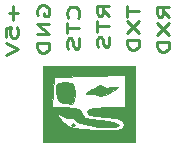
<source format=gbo>
G04 #@! TF.FileFunction,Legend,Bot*
%FSLAX46Y46*%
G04 Gerber Fmt 4.6, Leading zero omitted, Abs format (unit mm)*
G04 Created by KiCad (PCBNEW (2014-11-24 BZR 5301)-product) date Sat Mar 28 18:02:35 2015*
%MOMM*%
G01*
G04 APERTURE LIST*
%ADD10C,0.100000*%
%ADD11C,0.254000*%
G04 APERTURE END LIST*
D10*
D11*
X144858619Y-86106000D02*
X144374810Y-85598000D01*
X144858619Y-85235143D02*
X143842619Y-85235143D01*
X143842619Y-85815715D01*
X143891000Y-85960857D01*
X143939381Y-86033429D01*
X144036143Y-86106000D01*
X144181286Y-86106000D01*
X144278048Y-86033429D01*
X144326429Y-85960857D01*
X144374810Y-85815715D01*
X144374810Y-85235143D01*
X143842619Y-86614000D02*
X144858619Y-87630000D01*
X143842619Y-87630000D02*
X144858619Y-86614000D01*
X144858619Y-88210572D02*
X143842619Y-88210572D01*
X143842619Y-88573429D01*
X143891000Y-88791144D01*
X143987762Y-88936286D01*
X144084524Y-89008858D01*
X144278048Y-89081429D01*
X144423190Y-89081429D01*
X144616714Y-89008858D01*
X144713476Y-88936286D01*
X144810238Y-88791144D01*
X144858619Y-88573429D01*
X144858619Y-88210572D01*
X141302619Y-85198857D02*
X141302619Y-86069714D01*
X142318619Y-85634285D02*
X141302619Y-85634285D01*
X141302619Y-86432571D02*
X142318619Y-87448571D01*
X141302619Y-87448571D02*
X142318619Y-86432571D01*
X142318619Y-88029143D02*
X141302619Y-88029143D01*
X141302619Y-88392000D01*
X141351000Y-88609715D01*
X141447762Y-88754857D01*
X141544524Y-88827429D01*
X141738048Y-88900000D01*
X141883190Y-88900000D01*
X142076714Y-88827429D01*
X142173476Y-88754857D01*
X142270238Y-88609715D01*
X142318619Y-88392000D01*
X142318619Y-88029143D01*
X139778619Y-86033428D02*
X139294810Y-85525428D01*
X139778619Y-85162571D02*
X138762619Y-85162571D01*
X138762619Y-85743143D01*
X138811000Y-85888285D01*
X138859381Y-85960857D01*
X138956143Y-86033428D01*
X139101286Y-86033428D01*
X139198048Y-85960857D01*
X139246429Y-85888285D01*
X139294810Y-85743143D01*
X139294810Y-85162571D01*
X138762619Y-86468857D02*
X138762619Y-87339714D01*
X139778619Y-86904285D02*
X138762619Y-86904285D01*
X139730238Y-87775143D02*
X139778619Y-87992857D01*
X139778619Y-88355714D01*
X139730238Y-88500857D01*
X139681857Y-88573428D01*
X139585095Y-88646000D01*
X139488333Y-88646000D01*
X139391571Y-88573428D01*
X139343190Y-88500857D01*
X139294810Y-88355714D01*
X139246429Y-88065428D01*
X139198048Y-87920286D01*
X139149667Y-87847714D01*
X139052905Y-87775143D01*
X138956143Y-87775143D01*
X138859381Y-87847714D01*
X138811000Y-87920286D01*
X138762619Y-88065428D01*
X138762619Y-88428286D01*
X138811000Y-88646000D01*
X137141857Y-86160428D02*
X137190238Y-86087857D01*
X137238619Y-85870143D01*
X137238619Y-85725000D01*
X137190238Y-85507285D01*
X137093476Y-85362143D01*
X136996714Y-85289571D01*
X136803190Y-85217000D01*
X136658048Y-85217000D01*
X136464524Y-85289571D01*
X136367762Y-85362143D01*
X136271000Y-85507285D01*
X136222619Y-85725000D01*
X136222619Y-85870143D01*
X136271000Y-86087857D01*
X136319381Y-86160428D01*
X136222619Y-86595857D02*
X136222619Y-87466714D01*
X137238619Y-87031285D02*
X136222619Y-87031285D01*
X137190238Y-87902143D02*
X137238619Y-88119857D01*
X137238619Y-88482714D01*
X137190238Y-88627857D01*
X137141857Y-88700428D01*
X137045095Y-88773000D01*
X136948333Y-88773000D01*
X136851571Y-88700428D01*
X136803190Y-88627857D01*
X136754810Y-88482714D01*
X136706429Y-88192428D01*
X136658048Y-88047286D01*
X136609667Y-87974714D01*
X136512905Y-87902143D01*
X136416143Y-87902143D01*
X136319381Y-87974714D01*
X136271000Y-88047286D01*
X136222619Y-88192428D01*
X136222619Y-88555286D01*
X136271000Y-88773000D01*
X133731000Y-85960858D02*
X133682619Y-85815715D01*
X133682619Y-85598001D01*
X133731000Y-85380286D01*
X133827762Y-85235144D01*
X133924524Y-85162572D01*
X134118048Y-85090001D01*
X134263190Y-85090001D01*
X134456714Y-85162572D01*
X134553476Y-85235144D01*
X134650238Y-85380286D01*
X134698619Y-85598001D01*
X134698619Y-85743144D01*
X134650238Y-85960858D01*
X134601857Y-86033429D01*
X134263190Y-86033429D01*
X134263190Y-85743144D01*
X134698619Y-86686572D02*
X133682619Y-86686572D01*
X134698619Y-87557429D01*
X133682619Y-87557429D01*
X134698619Y-88283143D02*
X133682619Y-88283143D01*
X133682619Y-88646000D01*
X133731000Y-88863715D01*
X133827762Y-89008857D01*
X133924524Y-89081429D01*
X134118048Y-89154000D01*
X134263190Y-89154000D01*
X134456714Y-89081429D01*
X134553476Y-89008857D01*
X134650238Y-88863715D01*
X134698619Y-88646000D01*
X134698619Y-88283143D01*
X131644571Y-85162571D02*
X131644571Y-86323714D01*
X132031619Y-85743143D02*
X131257524Y-85743143D01*
X131015619Y-87775142D02*
X131015619Y-87049428D01*
X131499429Y-86976857D01*
X131451048Y-87049428D01*
X131402667Y-87194571D01*
X131402667Y-87557428D01*
X131451048Y-87702571D01*
X131499429Y-87775142D01*
X131596190Y-87847714D01*
X131838095Y-87847714D01*
X131934857Y-87775142D01*
X131983238Y-87702571D01*
X132031619Y-87557428D01*
X132031619Y-87194571D01*
X131983238Y-87049428D01*
X131934857Y-86976857D01*
X131015619Y-88283143D02*
X132031619Y-88791143D01*
X131015619Y-89299143D01*
D10*
G36*
X141932527Y-96680421D02*
X141932527Y-95684003D01*
X140345585Y-95684003D01*
X139559709Y-95683029D01*
X138724106Y-95653355D01*
X137564039Y-95587910D01*
X136796905Y-95480659D01*
X136280935Y-95296087D01*
X135874364Y-94998679D01*
X135789130Y-94918092D01*
X135433784Y-94499029D01*
X135397842Y-94282324D01*
X135439140Y-94274105D01*
X135861552Y-94471518D01*
X135919433Y-94545835D01*
X136253683Y-94686242D01*
X136376825Y-94638671D01*
X136748282Y-94672112D01*
X136968982Y-94873749D01*
X137347089Y-95091765D01*
X138030671Y-95266624D01*
X138858268Y-95383360D01*
X139668415Y-95427002D01*
X140299649Y-95382582D01*
X140590507Y-95235131D01*
X140594867Y-95209894D01*
X140356707Y-95051791D01*
X139733917Y-94920960D01*
X139099489Y-94861483D01*
X138203084Y-94778855D01*
X137709296Y-94621942D01*
X137486635Y-94342469D01*
X137461020Y-94259904D01*
X137260409Y-93922973D01*
X136794796Y-93769275D01*
X136138273Y-93739368D01*
X134951649Y-93739368D01*
X135033140Y-92469368D01*
X135114632Y-91199368D01*
X138122527Y-91123769D01*
X141130421Y-91048171D01*
X141130421Y-92393769D01*
X141130421Y-93739368D01*
X139526211Y-93739368D01*
X138586059Y-93772234D01*
X138083071Y-93886041D01*
X137922840Y-94103607D01*
X137922000Y-94127078D01*
X138087148Y-94371852D01*
X138636260Y-94522660D01*
X139459369Y-94594973D01*
X140336325Y-94664749D01*
X140801578Y-94789649D01*
X140978128Y-95018869D01*
X140996737Y-95209894D01*
X140959315Y-95467883D01*
X140777193Y-95619103D01*
X140345585Y-95684003D01*
X141932527Y-95684003D01*
X141932527Y-93472000D01*
X141932527Y-90263579D01*
X138055685Y-90263579D01*
X134178843Y-90263579D01*
X134178843Y-93472000D01*
X134178843Y-96680421D01*
X138055685Y-96680421D01*
X141932527Y-96680421D01*
X141932527Y-96680421D01*
X141932527Y-96680421D01*
G37*
X141932527Y-96680421D02*
X141932527Y-95684003D01*
X140345585Y-95684003D01*
X139559709Y-95683029D01*
X138724106Y-95653355D01*
X137564039Y-95587910D01*
X136796905Y-95480659D01*
X136280935Y-95296087D01*
X135874364Y-94998679D01*
X135789130Y-94918092D01*
X135433784Y-94499029D01*
X135397842Y-94282324D01*
X135439140Y-94274105D01*
X135861552Y-94471518D01*
X135919433Y-94545835D01*
X136253683Y-94686242D01*
X136376825Y-94638671D01*
X136748282Y-94672112D01*
X136968982Y-94873749D01*
X137347089Y-95091765D01*
X138030671Y-95266624D01*
X138858268Y-95383360D01*
X139668415Y-95427002D01*
X140299649Y-95382582D01*
X140590507Y-95235131D01*
X140594867Y-95209894D01*
X140356707Y-95051791D01*
X139733917Y-94920960D01*
X139099489Y-94861483D01*
X138203084Y-94778855D01*
X137709296Y-94621942D01*
X137486635Y-94342469D01*
X137461020Y-94259904D01*
X137260409Y-93922973D01*
X136794796Y-93769275D01*
X136138273Y-93739368D01*
X134951649Y-93739368D01*
X135033140Y-92469368D01*
X135114632Y-91199368D01*
X138122527Y-91123769D01*
X141130421Y-91048171D01*
X141130421Y-92393769D01*
X141130421Y-93739368D01*
X139526211Y-93739368D01*
X138586059Y-93772234D01*
X138083071Y-93886041D01*
X137922840Y-94103607D01*
X137922000Y-94127078D01*
X138087148Y-94371852D01*
X138636260Y-94522660D01*
X139459369Y-94594973D01*
X140336325Y-94664749D01*
X140801578Y-94789649D01*
X140978128Y-95018869D01*
X140996737Y-95209894D01*
X140959315Y-95467883D01*
X140777193Y-95619103D01*
X140345585Y-95684003D01*
X141932527Y-95684003D01*
X141932527Y-93472000D01*
X141932527Y-90263579D01*
X138055685Y-90263579D01*
X134178843Y-90263579D01*
X134178843Y-93472000D01*
X134178843Y-96680421D01*
X138055685Y-96680421D01*
X141932527Y-96680421D01*
X141932527Y-96680421D01*
G36*
X139067060Y-92817112D02*
X139669129Y-92599818D01*
X139738517Y-92564684D01*
X140385019Y-92195459D01*
X140565836Y-92004788D01*
X140271345Y-92008973D01*
X140033581Y-92064844D01*
X139514137Y-92075860D01*
X139298317Y-91946693D01*
X138970074Y-91890837D01*
X138368512Y-92172523D01*
X138323053Y-92201565D01*
X137859202Y-92526525D01*
X137837281Y-92632081D01*
X138109707Y-92590437D01*
X138605126Y-92591839D01*
X138789908Y-92733617D01*
X139067060Y-92817112D01*
X139067060Y-92817112D01*
X139067060Y-92817112D01*
G37*
X139067060Y-92817112D02*
X139669129Y-92599818D01*
X139738517Y-92564684D01*
X140385019Y-92195459D01*
X140565836Y-92004788D01*
X140271345Y-92008973D01*
X140033581Y-92064844D01*
X139514137Y-92075860D01*
X139298317Y-91946693D01*
X138970074Y-91890837D01*
X138368512Y-92172523D01*
X138323053Y-92201565D01*
X137859202Y-92526525D01*
X137837281Y-92632081D01*
X138109707Y-92590437D01*
X138605126Y-92591839D01*
X138789908Y-92733617D01*
X139067060Y-92817112D01*
X139067060Y-92817112D01*
G36*
X136606802Y-93429516D02*
X136810939Y-93197624D01*
X136852507Y-92582074D01*
X136852527Y-92553969D01*
X136810417Y-91917758D01*
X136591744Y-91653670D01*
X136057998Y-91600446D01*
X136033481Y-91600421D01*
X135477106Y-91648997D01*
X135281034Y-91905446D01*
X135298218Y-92469368D01*
X135437852Y-93093067D01*
X135792475Y-93362976D01*
X136117264Y-93422917D01*
X136606802Y-93429516D01*
X136606802Y-93429516D01*
X136606802Y-93429516D01*
G37*
X136606802Y-93429516D02*
X136810939Y-93197624D01*
X136852507Y-92582074D01*
X136852527Y-92553969D01*
X136810417Y-91917758D01*
X136591744Y-91653670D01*
X136057998Y-91600446D01*
X136033481Y-91600421D01*
X135477106Y-91648997D01*
X135281034Y-91905446D01*
X135298218Y-92469368D01*
X135437852Y-93093067D01*
X135792475Y-93362976D01*
X136117264Y-93422917D01*
X136606802Y-93429516D01*
X136606802Y-93429516D01*
G36*
X136718843Y-95343579D02*
X136852527Y-95209894D01*
X136718843Y-95076210D01*
X136585158Y-95209894D01*
X136718843Y-95343579D01*
X136718843Y-95343579D01*
X136718843Y-95343579D01*
G37*
X136718843Y-95343579D02*
X136852527Y-95209894D01*
X136718843Y-95076210D01*
X136585158Y-95209894D01*
X136718843Y-95343579D01*
X136718843Y-95343579D01*
M02*

</source>
